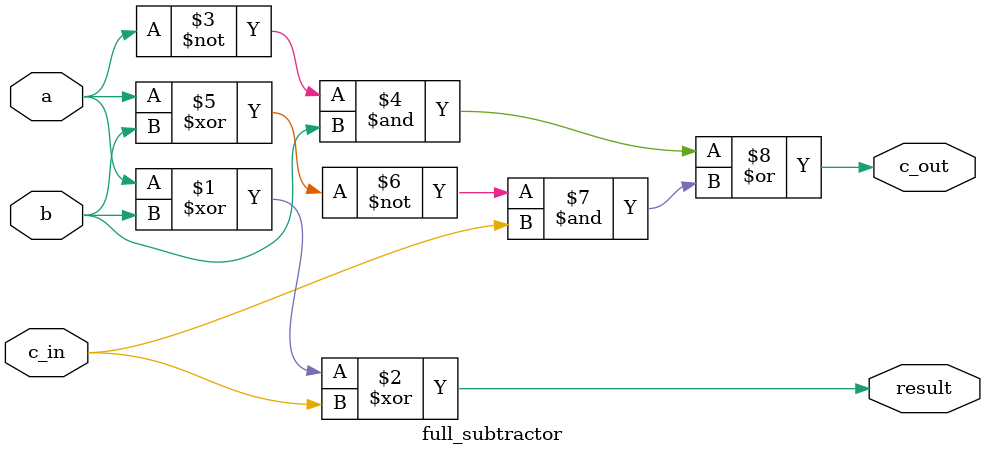
<source format=sv>
module full_subtractor(
    input  logic a,         // Minuendo
    input  logic b,         // Sustraendo
    input  logic c_in,      // Préstamo de entrada (borrow in)
    output logic result,    // Diferencia
    output logic c_out      // Préstamo de salida (borrow out)
);

    // Método 1: Usando asignaciones directas
    assign result = a ^ b ^ c_in;                    // Diferencia
    assign c_out = (~a & b) | (~(a ^ b) & c_in);    // Préstamo de salida

endmodule
</source>
